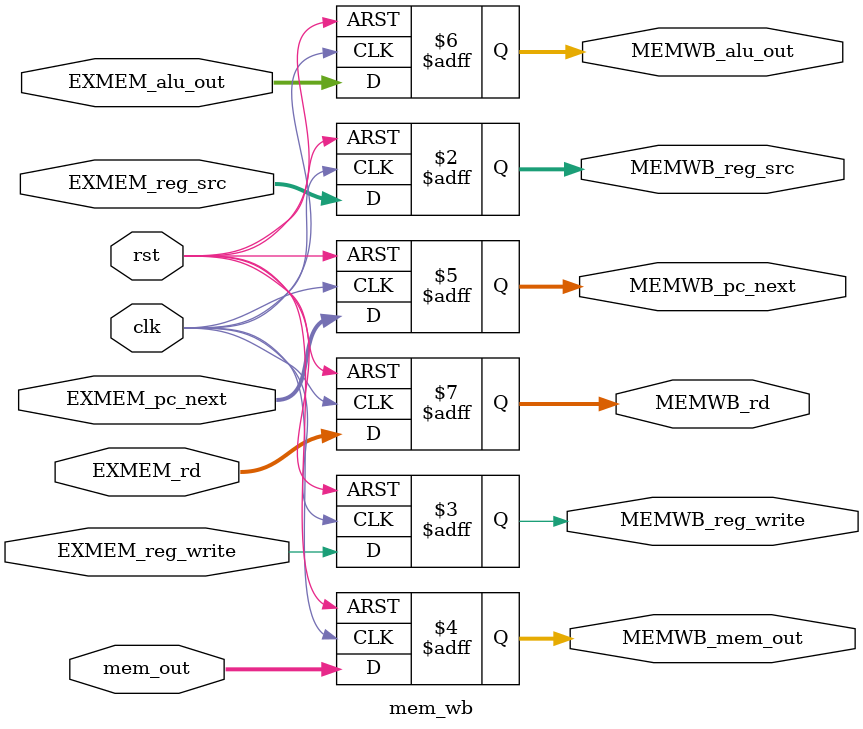
<source format=v>
`timescale 1ns / 1ps


module mem_wb(
    input             clk,
    input             rst,
    input      [1:0]  EXMEM_reg_src,
    input             EXMEM_reg_write,
    input      [31:0] mem_out,
    input      [31:0] EXMEM_pc_next,
    input      [31:0] EXMEM_alu_out,
    input      [4:0]  EXMEM_rd,
    output reg [1:0]  MEMWB_reg_src,
    output reg        MEMWB_reg_write,
    output reg [31:0] MEMWB_mem_out,
    output reg [31:0] MEMWB_pc_next,
    output reg [31:0] MEMWB_alu_out,
    output reg [4:0]  MEMWB_rd
);
    always @(posedge clk or posedge rst) begin
        if (rst) begin
            MEMWB_reg_src   <= 2'h0;
            MEMWB_reg_write <= 1'h0;
            MEMWB_mem_out   <= 32'h0;
            MEMWB_pc_next   <= 32'h0;
            MEMWB_alu_out   <= 32'h0;
            MEMWB_rd        <= 5'h0;
        end
        else begin
            MEMWB_reg_src   <= EXMEM_reg_src;
            MEMWB_reg_write <= EXMEM_reg_write;
            MEMWB_mem_out   <= mem_out;
            MEMWB_pc_next   <= EXMEM_pc_next;
            MEMWB_alu_out   <= EXMEM_alu_out;
            MEMWB_rd        <= EXMEM_rd;
        end
    end
endmodule

</source>
